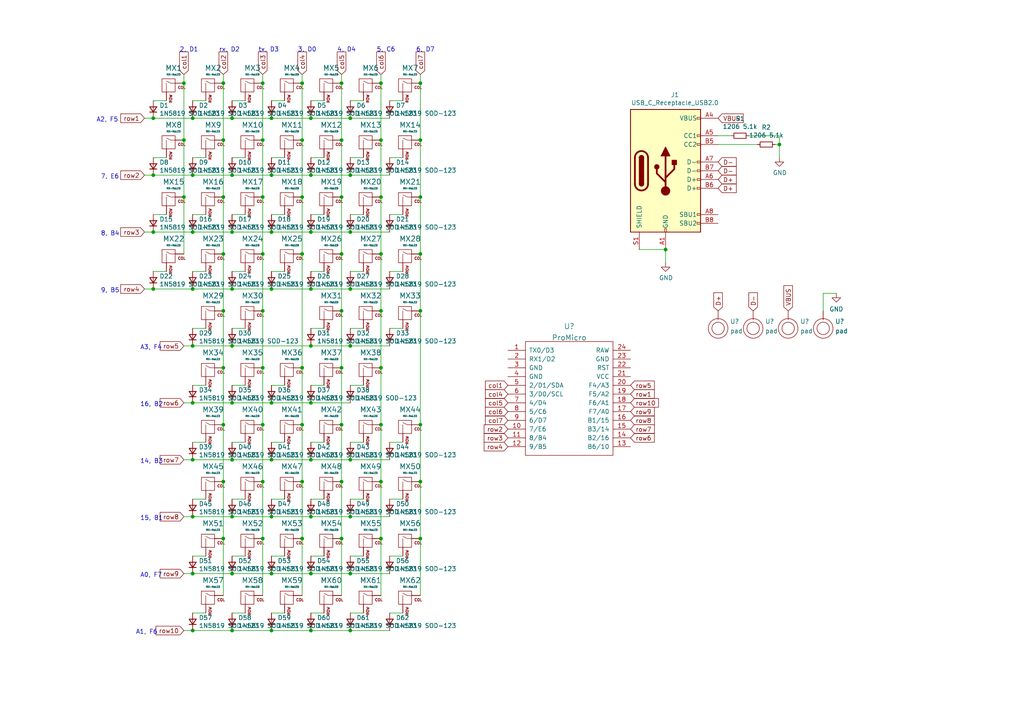
<source format=kicad_sch>
(kicad_sch (version 20211123) (generator eeschema)
  (paper "A4")
  (junction (at 121.92 139.7))
  (junction (at 90.17 83.82))
  (junction (at 121.92 40.64))
  (junction (at 90.17 34.29))
  (junction (at 87.63 24.13))
  (junction (at 87.63 139.7))
  (junction (at 101.6 149.86))
  (junction (at 55.88 182.88))
  (junction (at 78.74 83.82))
  (junction (at 87.63 40.64))
  (junction (at 87.63 123.19))
  (junction (at 99.06 139.7))
  (junction (at 101.6 50.8))
  (junction (at 67.31 116.84))
  (junction (at 121.92 123.19))
  (junction (at 90.17 116.84))
  (junction (at 99.06 24.13))
  (junction (at 110.49 123.19))
  (junction (at 67.31 182.88))
  (junction (at 67.31 149.86))
  (junction (at 110.49 57.15))
  (junction (at 101.6 67.31))
  (junction (at 67.31 83.82))
  (junction (at 90.17 50.8))
  (junction (at 55.88 50.8))
  (junction (at 99.06 156.21))
  (junction (at 64.77 156.21))
  (junction (at 64.77 73.66))
  (junction (at 78.74 116.84))
  (junction (at 121.92 57.15))
  (junction (at 90.17 149.86))
  (junction (at 64.77 123.19))
  (junction (at 76.2 24.13))
  (junction (at 76.2 57.15))
  (junction (at 110.49 156.21))
  (junction (at 64.77 24.13))
  (junction (at 55.88 34.29))
  (junction (at 76.2 139.7))
  (junction (at 53.34 24.13))
  (junction (at 110.49 40.64))
  (junction (at 110.49 106.68))
  (junction (at 67.31 50.8))
  (junction (at 99.06 73.66))
  (junction (at 78.74 34.29))
  (junction (at 55.88 100.33))
  (junction (at 99.06 57.15))
  (junction (at 76.2 156.21))
  (junction (at 44.45 34.29))
  (junction (at 78.74 182.88))
  (junction (at 78.74 67.31))
  (junction (at 55.88 166.37))
  (junction (at 55.88 149.86))
  (junction (at 67.31 67.31))
  (junction (at 64.77 90.17))
  (junction (at 99.06 123.19))
  (junction (at 110.49 139.7))
  (junction (at 99.06 90.17))
  (junction (at 121.92 24.13))
  (junction (at 101.6 166.37))
  (junction (at 78.74 166.37))
  (junction (at 110.49 90.17))
  (junction (at 67.31 166.37))
  (junction (at 99.06 106.68))
  (junction (at 101.6 133.35))
  (junction (at 87.63 106.68))
  (junction (at 90.17 133.35))
  (junction (at 101.6 100.33))
  (junction (at 44.45 50.8))
  (junction (at 193.04 72.39))
  (junction (at 90.17 182.88))
  (junction (at 90.17 100.33))
  (junction (at 76.2 73.66))
  (junction (at 76.2 90.17))
  (junction (at 90.17 166.37))
  (junction (at 76.2 40.64))
  (junction (at 53.34 57.15))
  (junction (at 78.74 50.8))
  (junction (at 110.49 73.66))
  (junction (at 55.88 67.31))
  (junction (at 101.6 83.82))
  (junction (at 110.49 24.13))
  (junction (at 226.06 41.91))
  (junction (at 64.77 57.15))
  (junction (at 101.6 34.29))
  (junction (at 76.2 106.68))
  (junction (at 44.45 67.31))
  (junction (at 87.63 73.66))
  (junction (at 121.92 73.66))
  (junction (at 67.31 100.33))
  (junction (at 87.63 57.15))
  (junction (at 101.6 182.88))
  (junction (at 90.17 67.31))
  (junction (at 67.31 133.35))
  (junction (at 53.34 40.64))
  (junction (at 55.88 133.35))
  (junction (at 64.77 106.68))
  (junction (at 55.88 116.84))
  (junction (at 99.06 40.64))
  (junction (at 44.45 83.82))
  (junction (at 67.31 34.29))
  (junction (at 121.92 156.21))
  (junction (at 64.77 139.7))
  (junction (at 76.2 123.19))
  (junction (at 55.88 83.82))
  (junction (at 121.92 90.17))
  (junction (at 64.77 40.64))
  (junction (at 78.74 133.35))
  (junction (at 78.74 149.86))
  (junction (at 87.63 156.21))
  (wire (pts (xy 78.74 62.23) (xy 82.55 62.23)))
  (wire (pts (xy 113.03 161.29) (xy 116.84 161.29)))
  (wire (pts (xy 99.06 73.66) (xy 99.06 90.17)))
  (wire (pts (xy 78.74 177.8) (xy 82.55 177.8)))
  (wire (pts (xy 78.74 83.82) (xy 90.17 83.82)))
  (wire (pts (xy 55.88 144.78) (xy 59.69 144.78)))
  (wire (pts (xy 55.88 116.84) (xy 67.31 116.84)))
  (wire (pts (xy 64.77 106.68) (xy 64.77 123.19)))
  (wire (pts (xy 53.34 166.37) (xy 55.88 166.37)))
  (wire (pts (xy 110.49 123.19) (xy 110.49 139.7)))
  (wire (pts (xy 67.31 144.78) (xy 71.12 144.78)))
  (wire (pts (xy 41.91 83.82) (xy 44.45 83.82)))
  (wire (pts (xy 55.88 161.29) (xy 59.69 161.29)))
  (wire (pts (xy 67.31 95.25) (xy 71.12 95.25)))
  (wire (pts (xy 55.88 45.72) (xy 59.69 45.72)))
  (wire (pts (xy 53.34 100.33) (xy 55.88 100.33)))
  (wire (pts (xy 67.31 111.76) (xy 71.12 111.76)))
  (wire (pts (xy 64.77 90.17) (xy 64.77 106.68)))
  (wire (pts (xy 53.34 24.13) (xy 53.34 40.64)))
  (wire (pts (xy 67.31 182.88) (xy 78.74 182.88)))
  (wire (pts (xy 55.88 149.86) (xy 67.31 149.86)))
  (wire (pts (xy 67.31 50.8) (xy 78.74 50.8)))
  (wire (pts (xy 90.17 144.78) (xy 93.98 144.78)))
  (wire (pts (xy 76.2 139.7) (xy 76.2 156.21)))
  (wire (pts (xy 101.6 182.88) (xy 113.03 182.88)))
  (wire (pts (xy 113.03 177.8) (xy 116.84 177.8)))
  (wire (pts (xy 87.63 40.64) (xy 87.63 57.15)))
  (wire (pts (xy 90.17 50.8) (xy 101.6 50.8)))
  (wire (pts (xy 55.88 182.88) (xy 67.31 182.88)))
  (wire (pts (xy 110.49 106.68) (xy 110.49 123.19)))
  (wire (pts (xy 55.88 166.37) (xy 67.31 166.37)))
  (wire (pts (xy 90.17 128.27) (xy 93.98 128.27)))
  (wire (pts (xy 67.31 29.21) (xy 71.12 29.21)))
  (wire (pts (xy 44.45 45.72) (xy 48.26 45.72)))
  (wire (pts (xy 76.2 21.59) (xy 76.2 24.13)))
  (wire (pts (xy 76.2 156.21) (xy 76.2 172.72)))
  (wire (pts (xy 87.63 139.7) (xy 87.63 156.21)))
  (wire (pts (xy 67.31 177.8) (xy 71.12 177.8)))
  (wire (pts (xy 238.76 85.09) (xy 242.57 85.09)))
  (wire (pts (xy 238.76 90.17) (xy 238.76 85.09)))
  (wire (pts (xy 64.77 139.7) (xy 64.77 156.21)))
  (wire (pts (xy 208.28 39.37) (xy 212.09 39.37)))
  (wire (pts (xy 121.92 21.59) (xy 121.92 24.13)))
  (wire (pts (xy 87.63 24.13) (xy 87.63 40.64)))
  (wire (pts (xy 90.17 78.74) (xy 93.98 78.74)))
  (wire (pts (xy 78.74 149.86) (xy 90.17 149.86)))
  (wire (pts (xy 121.92 139.7) (xy 121.92 156.21)))
  (wire (pts (xy 101.6 67.31) (xy 113.03 67.31)))
  (wire (pts (xy 55.88 95.25) (xy 59.69 95.25)))
  (wire (pts (xy 101.6 133.35) (xy 113.03 133.35)))
  (wire (pts (xy 99.06 24.13) (xy 99.06 21.59)))
  (wire (pts (xy 224.79 41.91) (xy 226.06 41.91)))
  (wire (pts (xy 44.45 62.23) (xy 48.26 62.23)))
  (wire (pts (xy 78.74 133.35) (xy 90.17 133.35)))
  (wire (pts (xy 67.31 78.74) (xy 71.12 78.74)))
  (wire (pts (xy 185.42 72.39) (xy 193.04 72.39)))
  (wire (pts (xy 64.77 21.59) (xy 64.77 24.13)))
  (wire (pts (xy 41.91 67.31) (xy 44.45 67.31)))
  (wire (pts (xy 113.03 62.23) (xy 116.84 62.23)))
  (wire (pts (xy 113.03 29.21) (xy 116.84 29.21)))
  (wire (pts (xy 55.88 100.33) (xy 67.31 100.33)))
  (wire (pts (xy 113.03 78.74) (xy 116.84 78.74)))
  (wire (pts (xy 101.6 62.23) (xy 105.41 62.23)))
  (wire (pts (xy 110.49 139.7) (xy 110.49 156.21)))
  (wire (pts (xy 67.31 133.35) (xy 78.74 133.35)))
  (wire (pts (xy 121.92 90.17) (xy 121.92 123.19)))
  (wire (pts (xy 78.74 111.76) (xy 82.55 111.76)))
  (wire (pts (xy 99.06 90.17) (xy 99.06 106.68)))
  (wire (pts (xy 64.77 123.19) (xy 64.77 139.7)))
  (wire (pts (xy 121.92 156.21) (xy 121.92 172.72)))
  (wire (pts (xy 101.6 50.8) (xy 113.03 50.8)))
  (wire (pts (xy 41.91 34.29) (xy 44.45 34.29)))
  (wire (pts (xy 101.6 177.8) (xy 105.41 177.8)))
  (wire (pts (xy 53.34 57.15) (xy 53.34 73.66)))
  (wire (pts (xy 110.49 21.59) (xy 110.49 24.13)))
  (wire (pts (xy 55.88 50.8) (xy 67.31 50.8)))
  (wire (pts (xy 55.88 62.23) (xy 59.69 62.23)))
  (wire (pts (xy 44.45 50.8) (xy 55.88 50.8)))
  (wire (pts (xy 90.17 45.72) (xy 93.98 45.72)))
  (wire (pts (xy 101.6 166.37) (xy 113.03 166.37)))
  (wire (pts (xy 101.6 45.72) (xy 105.41 45.72)))
  (wire (pts (xy 121.92 24.13) (xy 121.92 40.64)))
  (wire (pts (xy 101.6 29.21) (xy 105.41 29.21)))
  (wire (pts (xy 90.17 177.8) (xy 93.98 177.8)))
  (wire (pts (xy 208.28 41.91) (xy 219.71 41.91)))
  (wire (pts (xy 76.2 73.66) (xy 76.2 90.17)))
  (wire (pts (xy 90.17 95.25) (xy 93.98 95.25)))
  (wire (pts (xy 101.6 78.74) (xy 105.41 78.74)))
  (wire (pts (xy 78.74 78.74) (xy 82.55 78.74)))
  (wire (pts (xy 113.03 95.25) (xy 116.84 95.25)))
  (wire (pts (xy 55.88 177.8) (xy 59.69 177.8)))
  (wire (pts (xy 113.03 128.27) (xy 116.84 128.27)))
  (wire (pts (xy 67.31 161.29) (xy 71.12 161.29)))
  (wire (pts (xy 55.88 67.31) (xy 67.31 67.31)))
  (wire (pts (xy 78.74 166.37) (xy 90.17 166.37)))
  (wire (pts (xy 78.74 161.29) (xy 82.55 161.29)))
  (wire (pts (xy 99.06 57.15) (xy 99.06 73.66)))
  (wire (pts (xy 101.6 34.29) (xy 113.03 34.29)))
  (wire (pts (xy 67.31 83.82) (xy 78.74 83.82)))
  (wire (pts (xy 67.31 34.29) (xy 78.74 34.29)))
  (wire (pts (xy 87.63 106.68) (xy 87.63 123.19)))
  (wire (pts (xy 76.2 123.19) (xy 76.2 139.7)))
  (wire (pts (xy 101.6 128.27) (xy 105.41 128.27)))
  (wire (pts (xy 110.49 40.64) (xy 110.49 57.15)))
  (wire (pts (xy 90.17 133.35) (xy 101.6 133.35)))
  (wire (pts (xy 76.2 24.13) (xy 76.2 40.64)))
  (wire (pts (xy 64.77 73.66) (xy 64.77 90.17)))
  (wire (pts (xy 99.06 156.21) (xy 99.06 172.72)))
  (wire (pts (xy 90.17 182.88) (xy 101.6 182.88)))
  (wire (pts (xy 121.92 40.64) (xy 121.92 57.15)))
  (wire (pts (xy 78.74 29.21) (xy 82.55 29.21)))
  (wire (pts (xy 87.63 57.15) (xy 87.63 73.66)))
  (wire (pts (xy 121.92 57.15) (xy 121.92 73.66)))
  (wire (pts (xy 113.03 45.72) (xy 116.84 45.72)))
  (wire (pts (xy 99.06 106.68) (xy 99.06 123.19)))
  (wire (pts (xy 44.45 83.82) (xy 55.88 83.82)))
  (wire (pts (xy 90.17 100.33) (xy 101.6 100.33)))
  (wire (pts (xy 67.31 149.86) (xy 78.74 149.86)))
  (wire (pts (xy 87.63 73.66) (xy 87.63 106.68)))
  (wire (pts (xy 78.74 128.27) (xy 82.55 128.27)))
  (wire (pts (xy 193.04 72.39) (xy 193.04 76.2)))
  (wire (pts (xy 53.34 133.35) (xy 55.88 133.35)))
  (wire (pts (xy 101.6 144.78) (xy 105.41 144.78)))
  (wire (pts (xy 78.74 45.72) (xy 82.55 45.72)))
  (wire (pts (xy 55.88 111.76) (xy 59.69 111.76)))
  (wire (pts (xy 101.6 111.76) (xy 105.41 111.76)))
  (wire (pts (xy 110.49 156.21) (xy 110.49 172.72)))
  (wire (pts (xy 110.49 73.66) (xy 110.49 90.17)))
  (wire (pts (xy 78.74 50.8) (xy 90.17 50.8)))
  (wire (pts (xy 55.88 34.29) (xy 67.31 34.29)))
  (wire (pts (xy 90.17 116.84) (xy 101.6 116.84)))
  (wire (pts (xy 101.6 161.29) (xy 105.41 161.29)))
  (wire (pts (xy 76.2 106.68) (xy 76.2 123.19)))
  (wire (pts (xy 53.34 149.86) (xy 55.88 149.86)))
  (wire (pts (xy 67.31 67.31) (xy 78.74 67.31)))
  (wire (pts (xy 99.06 40.64) (xy 99.06 57.15)))
  (wire (pts (xy 99.06 123.19) (xy 99.06 139.7)))
  (wire (pts (xy 55.88 128.27) (xy 59.69 128.27)))
  (wire (pts (xy 110.49 24.13) (xy 110.49 40.64)))
  (wire (pts (xy 41.91 50.8) (xy 44.45 50.8)))
  (wire (pts (xy 44.45 67.31) (xy 55.88 67.31)))
  (wire (pts (xy 76.2 90.17) (xy 76.2 106.68)))
  (wire (pts (xy 67.31 166.37) (xy 78.74 166.37)))
  (wire (pts (xy 113.03 100.33) (xy 101.6 100.33)))
  (wire (pts (xy 87.63 21.59) (xy 87.63 24.13)))
  (wire (pts (xy 90.17 29.21) (xy 93.98 29.21)))
  (wire (pts (xy 217.17 39.37) (xy 226.06 39.37)))
  (wire (pts (xy 101.6 83.82) (xy 113.03 83.82)))
  (wire (pts (xy 90.17 34.29) (xy 101.6 34.29)))
  (wire (pts (xy 55.88 78.74) (xy 59.69 78.74)))
  (wire (pts (xy 78.74 144.78) (xy 82.55 144.78)))
  (wire (pts (xy 90.17 161.29) (xy 93.98 161.29)))
  (wire (pts (xy 78.74 182.88) (xy 90.17 182.88)))
  (wire (pts (xy 110.49 90.17) (xy 110.49 106.68)))
  (wire (pts (xy 76.2 57.15) (xy 76.2 73.66)))
  (wire (pts (xy 78.74 116.84) (xy 90.17 116.84)))
  (wire (pts (xy 78.74 67.31) (xy 90.17 67.31)))
  (wire (pts (xy 64.77 40.64) (xy 64.77 57.15)))
  (wire (pts (xy 101.6 149.86) (xy 113.03 149.86)))
  (wire (pts (xy 90.17 83.82) (xy 101.6 83.82)))
  (wire (pts (xy 76.2 40.64) (xy 76.2 57.15)))
  (wire (pts (xy 53.34 116.84) (xy 55.88 116.84)))
  (wire (pts (xy 110.49 57.15) (xy 110.49 73.66)))
  (wire (pts (xy 55.88 133.35) (xy 67.31 133.35)))
  (wire (pts (xy 53.34 21.59) (xy 53.34 24.13)))
  (wire (pts (xy 78.74 34.29) (xy 90.17 34.29)))
  (wire (pts (xy 87.63 123.19) (xy 87.63 139.7)))
  (wire (pts (xy 67.31 116.84) (xy 78.74 116.84)))
  (wire (pts (xy 64.77 24.13) (xy 64.77 40.64)))
  (wire (pts (xy 226.06 39.37) (xy 226.06 41.91)))
  (wire (pts (xy 44.45 34.29) (xy 55.88 34.29)))
  (wire (pts (xy 67.31 62.23) (xy 71.12 62.23)))
  (wire (pts (xy 67.31 45.72) (xy 71.12 45.72)))
  (wire (pts (xy 226.06 41.91) (xy 226.06 45.72)))
  (wire (pts (xy 44.45 78.74) (xy 48.26 78.74)))
  (wire (pts (xy 90.17 149.86) (xy 101.6 149.86)))
  (wire (pts (xy 64.77 57.15) (xy 64.77 73.66)))
  (wire (pts (xy 90.17 62.23) (xy 93.98 62.23)))
  (wire (pts (xy 87.63 156.21) (xy 87.63 172.72)))
  (wire (pts (xy 90.17 111.76) (xy 93.98 111.76)))
  (wire (pts (xy 44.45 29.21) (xy 48.26 29.21)))
  (wire (pts (xy 99.06 24.13) (xy 99.06 40.64)))
  (wire (pts (xy 121.92 123.19) (xy 121.92 139.7)))
  (wire (pts (xy 101.6 95.25) (xy 105.41 95.25)))
  (wire (pts (xy 99.06 139.7) (xy 99.06 156.21)))
  (wire (pts (xy 121.92 73.66) (xy 121.92 90.17)))
  (wire (pts (xy 64.77 156.21) (xy 64.77 172.72)))
  (wire (pts (xy 53.34 40.64) (xy 53.34 57.15)))
  (wire (pts (xy 67.31 100.33) (xy 90.17 100.33)))
  (wire (pts (xy 113.03 144.78) (xy 116.84 144.78)))
  (wire (pts (xy 53.34 182.88) (xy 55.88 182.88)))
  (wire (pts (xy 55.88 83.82) (xy 67.31 83.82)))
  (wire (pts (xy 90.17 67.31) (xy 101.6 67.31)))
  (wire (pts (xy 90.17 166.37) (xy 101.6 166.37)))
  (wire (pts (xy 67.31 128.27) (xy 71.12 128.27)))
  (wire (pts (xy 55.88 29.21) (xy 59.69 29.21)))
  (text "5, C6" (at 109.22 15.24 0) (effects (font (size 1.27 1.27)) (justify left bottom)))
  (text "14, B3" (at 40.64 134.62 0) (effects (font (size 1.27 1.27)) (justify left bottom)))
  (text "tx, D3" (at 74.93 15.24 0) (effects (font (size 1.27 1.27)) (justify left bottom)))
  (text "15, B1" (at 40.64 151.13 0) (effects (font (size 1.27 1.27)) (justify left bottom)))
  (text "rx, D2" (at 63.5 15.24 0) (effects (font (size 1.27 1.27)) (justify left bottom)))
  (text "A3, F4" (at 40.64 101.6 0) (effects (font (size 1.27 1.27)) (justify left bottom)))
  (text "A2, F5" (at 27.94 35.56 0) (effects (font (size 1.27 1.27)) (justify left bottom)))
  (text "16, B2" (at 40.64 118.11 0) (effects (font (size 1.27 1.27)) (justify left bottom)))
  (text "7, E6" (at 29.21 52.07 0) (effects (font (size 1.27 1.27)) (justify left bottom)))
  (text "A1, F6" (at 39.37 184.15 0) (effects (font (size 1.27 1.27)) (justify left bottom)))
  (text "4, D4" (at 97.79 15.24 0) (effects (font (size 1.27 1.27)) (justify left bottom)))
  (text "8, B4" (at 29.21 68.58 0) (effects (font (size 1.27 1.27)) (justify left bottom)))
  (text "9, B5" (at 29.21 85.09 0) (effects (font (size 1.27 1.27)) (justify left bottom)))
  (text "A0, F7" (at 40.64 167.64 0) (effects (font (size 1.27 1.27)) (justify left bottom)))
  (text "3, D0\n" (at 86.36 15.24 0) (effects (font (size 1.27 1.27)) (justify left bottom)))
  (text "2, D1" (at 52.07 15.24 0) (effects (font (size 1.27 1.27)) (justify left bottom)))
  (text "6, D7" (at 120.65 15.24 0) (effects (font (size 1.27 1.27)) (justify left bottom)))
  (global_label "row4" (shape input) (at 41.91 83.82 180) (property "Intersheet References" "${INTERSHEET_REFS}" (effects hide)))
  (global_label "row4" (shape input) (at 147.32 129.54 180) (property "Intersheet References" "${INTERSHEET_REFS}" (effects hide)))
  (global_label "row2" (shape input) (at 147.32 124.46 180) (property "Intersheet References" "${INTERSHEET_REFS}" (effects hide)))
  (global_label "col6" (shape input) (at 147.32 119.38 180) (property "Intersheet References" "${INTERSHEET_REFS}" (effects hide)))
  (global_label "row1" (shape input) (at 41.91 34.29 180) (property "Intersheet References" "${INTERSHEET_REFS}" (effects hide)))
  (global_label "row5" (shape input) (at 53.34 100.33 180) (property "Intersheet References" "${INTERSHEET_REFS}" (effects hide)))
  (global_label "row2" (shape input) (at 41.91 50.8 180) (property "Intersheet References" "${INTERSHEET_REFS}" (effects hide)))
  (global_label "D+" (shape input) (at 208.28 54.61 0) (property "Intersheet References" "${INTERSHEET_REFS}" (effects hide)))
  (global_label "col6" (shape input) (at 110.49 21.59 90) (property "Intersheet References" "${INTERSHEET_REFS}" (effects hide)))
  (global_label "col7" (shape input) (at 121.92 21.59 90) (property "Intersheet References" "${INTERSHEET_REFS}" (effects hide)))
  (global_label "col5" (shape input) (at 99.06 21.59 90) (property "Intersheet References" "${INTERSHEET_REFS}" (effects hide)))
  (global_label "row9" (shape input) (at 182.88 119.38 0) (property "Intersheet References" "${INTERSHEET_REFS}" (effects hide)))
  (global_label "col1" (shape input) (at 147.32 111.76 180) (property "Intersheet References" "${INTERSHEET_REFS}" (effects hide)))
  (global_label "VBUS" (shape input) (at 228.6 90.17 90) (property "Intersheet References" "${INTERSHEET_REFS}" (effects hide)))
  (global_label "row6" (shape input) (at 53.34 116.84 180) (property "Intersheet References" "${INTERSHEET_REFS}" (effects hide)))
  (global_label "row7" (shape input) (at 182.88 124.46 0) (property "Intersheet References" "${INTERSHEET_REFS}" (effects hide)))
  (global_label "col4" (shape input) (at 147.32 114.3 180) (property "Intersheet References" "${INTERSHEET_REFS}" (effects hide)))
  (global_label "row5" (shape input) (at 182.88 111.76 0) (property "Intersheet References" "${INTERSHEET_REFS}" (effects hide)))
  (global_label "col7" (shape input) (at 147.32 121.92 180) (property "Intersheet References" "${INTERSHEET_REFS}" (effects hide)))
  (global_label "col5" (shape input) (at 147.32 116.84 180) (property "Intersheet References" "${INTERSHEET_REFS}" (effects hide)))
  (global_label "D-" (shape input) (at 218.44 90.17 90) (property "Intersheet References" "${INTERSHEET_REFS}" (effects hide)))
  (global_label "row10" (shape input) (at 182.88 116.84 0) (property "Intersheet References" "${INTERSHEET_REFS}" (effects hide)))
  (global_label "row7" (shape input) (at 53.34 133.35 180) (property "Intersheet References" "${INTERSHEET_REFS}" (effects hide)))
  (global_label "D-" (shape input) (at 208.28 49.53 0) (property "Intersheet References" "${INTERSHEET_REFS}" (effects hide)))
  (global_label "row8" (shape input) (at 53.34 149.86 180) (property "Intersheet References" "${INTERSHEET_REFS}" (effects hide)))
  (global_label "row3" (shape input) (at 41.91 67.31 180) (property "Intersheet References" "${INTERSHEET_REFS}" (effects hide)))
  (global_label "row8" (shape input) (at 182.88 121.92 0) (property "Intersheet References" "${INTERSHEET_REFS}" (effects hide)))
  (global_label "D-" (shape input) (at 208.28 46.99 0) (property "Intersheet References" "${INTERSHEET_REFS}" (effects hide)))
  (global_label "col3" (shape input) (at 76.2 21.59 90) (property "Intersheet References" "${INTERSHEET_REFS}" (effects hide)))
  (global_label "col2" (shape input) (at 64.77 21.59 90) (property "Intersheet References" "${INTERSHEET_REFS}" (effects hide)))
  (global_label "col1" (shape input) (at 53.34 21.59 90) (property "Intersheet References" "${INTERSHEET_REFS}" (effects hide)))
  (global_label "row9" (shape input) (at 53.34 166.37 180) (property "Intersheet References" "${INTERSHEET_REFS}" (effects hide)))
  (global_label "row1" (shape input) (at 182.88 114.3 0) (property "Intersheet References" "${INTERSHEET_REFS}" (effects hide)))
  (global_label "D+" (shape input) (at 208.28 90.17 90) (property "Intersheet References" "${INTERSHEET_REFS}" (effects hide)))
  (global_label "row10" (shape input) (at 53.34 182.88 180) (property "Intersheet References" "${INTERSHEET_REFS}" (effects hide)))
  (global_label "D+" (shape input) (at 208.28 52.07 0) (property "Intersheet References" "${INTERSHEET_REFS}" (effects hide)))
  (global_label "row3" (shape input) (at 147.32 127 180) (property "Intersheet References" "${INTERSHEET_REFS}" (effects hide)))
  (global_label "col4" (shape input) (at 87.63 21.59 90) (property "Intersheet References" "${INTERSHEET_REFS}" (effects hide)))
  (global_label "row6" (shape input) (at 182.88 127 0) (property "Intersheet References" "${INTERSHEET_REFS}" (effects hide)))
  (global_label "VBUS" (shape input) (at 208.28 34.29 0) (property "Intersheet References" "${INTERSHEET_REFS}" (effects hide)))
  (symbol (lib_id "MX_Alps_Hybrid:MX-NoLED") (at 49.53 25.4 0) (unit 1)
    (property "Reference" "MX1" (at 50.3682 19.7358 0) (effects (font (size 1.524 1.524))))
    (property "Value" "MX-NoLED" (at 50.3682 21.6154 0) (effects (font (size 0.508 0.508))))
    (property "Footprint" "MX_Only:MXOnly-1U-Hotswap" (effects hide))
  )
  (symbol (lib_id "Device:D_Small") (at 44.45 31.75 90) (unit 1)
    (property "Reference" "D1" (at 46.228 30.5816 90) (effects (justify right)))
    (property "Value" "1N5819 SOD-123" (at 46.228 32.893 90) (effects (justify right)))
    (property "Footprint" "Diode_SMD:D_SOD-123" (effects hide))
    (property "LCSC" "C963381" (effects hide))
  )
  (symbol (lib_id "MX_Alps_Hybrid:MX-NoLED") (at 60.96 25.4 0) (unit 1)
    (property "Reference" "MX2" (at 61.7982 19.7358 0) (effects (font (size 1.524 1.524))))
    (property "Value" "MX-NoLED" (at 61.7982 21.6154 0) (effects (font (size 0.508 0.508))))
    (property "Footprint" "MX_Only:MXOnly-1U-Hotswap" (effects hide))
  )
  (symbol (lib_id "Device:D_Small") (at 55.88 31.75 90) (unit 1)
    (property "Reference" "D2" (at 57.658 30.5816 90) (effects (justify right)))
    (property "Value" "1N5819 SOD-123" (at 57.658 32.893 90) (effects (justify right)))
    (property "Footprint" "Diode_SMD:D_SOD-123" (effects hide))
    (property "LCSC" "C963381" (effects hide))
  )
  (symbol (lib_id "Connector:USB_C_Receptacle_USB2.0") (at 193.04 49.53 0) (unit 1)
    (property "Reference" "J1" (at 195.7578 27.5082 0))
    (property "Value" "USB_C_Receptacle_USB2.0" (at 195.7578 29.8196 0))
    (property "Footprint" "nrfmicro:USB-C_C168688" (effects hide))
    (property "Datasheet" "https://www.usb.org/sites/default/files/documents/usb_type-c.zip" (effects hide))
    (property "LCSC" "C168688" (effects hide))
  )
  (symbol (lib_id "MX_Alps_Hybrid:MX-NoLED") (at 49.53 41.91 0) (unit 1)
    (property "Reference" "MX8" (at 50.3682 36.2458 0) (effects (font (size 1.524 1.524))))
    (property "Value" "MX-NoLED" (at 50.3682 38.1254 0) (effects (font (size 0.508 0.508))))
    (property "Footprint" "MX_Only:MXOnly-1U-Hotswap" (effects hide))
  )
  (symbol (lib_id "Device:D_Small") (at 44.45 48.26 90) (unit 1)
    (property "Reference" "D8" (at 46.228 47.0916 90) (effects (justify right)))
    (property "Value" "1N5819 SOD-123" (at 46.228 49.403 90) (effects (justify right)))
    (property "Footprint" "Diode_SMD:D_SOD-123" (effects hide))
    (property "LCSC" "C963381" (effects hide))
  )
  (symbol (lib_id "MX_Alps_Hybrid:MX-NoLED") (at 60.96 41.91 0) (unit 1)
    (property "Reference" "MX9" (at 61.7982 36.2458 0) (effects (font (size 1.524 1.524))))
    (property "Value" "MX-NoLED" (at 61.7982 38.1254 0) (effects (font (size 0.508 0.508))))
    (property "Footprint" "MX_Only:MXOnly-1U-Hotswap" (effects hide))
  )
  (symbol (lib_id "Device:D_Small") (at 55.88 48.26 90) (unit 1)
    (property "Reference" "D9" (at 57.658 47.0916 90) (effects (justify right)))
    (property "Value" "1N5819 SOD-123" (at 57.658 49.403 90) (effects (justify right)))
    (property "Footprint" "Diode_SMD:D_SOD-123" (effects hide))
    (property "LCSC" "C963381" (effects hide))
  )
  (symbol (lib_id "power:GND") (at 193.04 76.2 0) (unit 1)
    (property "Reference" "#PWR0101" (effects hide))
    (property "Value" "GND" (at 193.167 80.5942 0))
  )
  (symbol (lib_id "MX_Alps_Hybrid:MX-NoLED") (at 72.39 25.4 0) (unit 1)
    (property "Reference" "MX3" (at 73.2282 19.7358 0) (effects (font (size 1.524 1.524))))
    (property "Value" "MX-NoLED" (at 73.2282 21.6154 0) (effects (font (size 0.508 0.508))))
    (property "Footprint" "MX_Only:MXOnly-1U-Hotswap" (effects hide))
  )
  (symbol (lib_id "Device:D_Small") (at 67.31 31.75 90) (unit 1)
    (property "Reference" "D3" (at 69.088 30.5816 90) (effects (justify right)))
    (property "Value" "1N5819 SOD-123" (at 69.088 32.893 90) (effects (justify right)))
    (property "Footprint" "Diode_SMD:D_SOD-123" (effects hide))
    (property "LCSC" "C963381" (effects hide))
  )
  (symbol (lib_id "MX_Alps_Hybrid:MX-NoLED") (at 83.82 25.4 0) (unit 1)
    (property "Reference" "MX4" (at 84.6582 19.7358 0) (effects (font (size 1.524 1.524))))
    (property "Value" "MX-NoLED" (at 84.6582 21.6154 0) (effects (font (size 0.508 0.508))))
    (property "Footprint" "MX_Only:MXOnly-1U-Hotswap" (effects hide))
  )
  (symbol (lib_id "Device:D_Small") (at 78.74 31.75 90) (unit 1)
    (property "Reference" "D4" (at 80.518 30.5816 90) (effects (justify right)))
    (property "Value" "1N5819 SOD-123" (at 80.518 32.893 90) (effects (justify right)))
    (property "Footprint" "Diode_SMD:D_SOD-123" (effects hide))
    (property "LCSC" "C963381" (effects hide))
  )
  (symbol (lib_id "MX_Alps_Hybrid:MX-NoLED") (at 72.39 41.91 0) (unit 1)
    (property "Reference" "MX10" (at 73.2282 36.2458 0) (effects (font (size 1.524 1.524))))
    (property "Value" "MX-NoLED" (at 73.2282 38.1254 0) (effects (font (size 0.508 0.508))))
    (property "Footprint" "MX_Only:MXOnly-1U-Hotswap" (effects hide))
  )
  (symbol (lib_id "Device:D_Small") (at 67.31 48.26 90) (unit 1)
    (property "Reference" "D10" (at 69.088 47.0916 90) (effects (justify right)))
    (property "Value" "1N5819 SOD-123" (at 69.088 49.403 90) (effects (justify right)))
    (property "Footprint" "Diode_SMD:D_SOD-123" (effects hide))
    (property "LCSC" "C963381" (effects hide))
  )
  (symbol (lib_id "MX_Alps_Hybrid:MX-NoLED") (at 83.82 41.91 0) (unit 1)
    (property "Reference" "MX11" (at 84.6582 36.2458 0) (effects (font (size 1.524 1.524))))
    (property "Value" "MX-NoLED" (at 84.6582 38.1254 0) (effects (font (size 0.508 0.508))))
    (property "Footprint" "MX_Only:MXOnly-1U-Hotswap" (effects hide))
  )
  (symbol (lib_id "Device:D_Small") (at 78.74 48.26 90) (unit 1)
    (property "Reference" "D11" (at 80.518 47.0916 90) (effects (justify right)))
    (property "Value" "1N5819 SOD-123" (at 80.518 49.403 90) (effects (justify right)))
    (property "Footprint" "Diode_SMD:D_SOD-123" (effects hide))
    (property "LCSC" "C963381" (effects hide))
  )
  (symbol (lib_id "MX_Alps_Hybrid:MX-NoLED") (at 95.25 25.4 0) (unit 1)
    (property "Reference" "MX5" (at 96.0882 19.7358 0) (effects (font (size 1.524 1.524))))
    (property "Value" "MX-NoLED" (at 96.0882 21.6154 0) (effects (font (size 0.508 0.508))))
    (property "Footprint" "MX_Only:MXOnly-1U-Hotswap" (effects hide))
  )
  (symbol (lib_id "Device:D_Small") (at 90.17 31.75 90) (unit 1)
    (property "Reference" "D5" (at 91.948 30.5816 90) (effects (justify right)))
    (property "Value" "1N5819 SOD-123" (at 91.948 32.893 90) (effects (justify right)))
    (property "Footprint" "Diode_SMD:D_SOD-123" (effects hide))
    (property "LCSC" "C963381" (effects hide))
  )
  (symbol (lib_id "MX_Alps_Hybrid:MX-NoLED") (at 95.25 41.91 0) (unit 1)
    (property "Reference" "MX12" (at 96.0882 36.2458 0) (effects (font (size 1.524 1.524))))
    (property "Value" "MX-NoLED" (at 96.0882 38.1254 0) (effects (font (size 0.508 0.508))))
    (property "Footprint" "MX_Only:MXOnly-1U-Hotswap" (effects hide))
  )
  (symbol (lib_id "Device:D_Small") (at 90.17 48.26 90) (unit 1)
    (property "Reference" "D12" (at 91.948 47.0916 90) (effects (justify right)))
    (property "Value" "1N5819 SOD-123" (at 91.948 49.403 90) (effects (justify right)))
    (property "Footprint" "Diode_SMD:D_SOD-123" (effects hide))
    (property "LCSC" "C963381" (effects hide))
  )
  (symbol (lib_id "Device:D_Small") (at 90.17 81.28 90) (unit 1)
    (property "Reference" "D26" (at 91.948 80.1116 90) (effects (justify right)))
    (property "Value" "1N5819 SOD-123" (at 91.948 82.423 90) (effects (justify right)))
    (property "Footprint" "Diode_SMD:D_SOD-123" (effects hide))
    (property "LCSC" "C963381" (effects hide))
  )
  (symbol (lib_id "MX_Alps_Hybrid:MX-NoLED") (at 95.25 74.93 0) (unit 1)
    (property "Reference" "MX26" (at 96.0882 69.2658 0) (effects (font (size 1.524 1.524))))
    (property "Value" "MX-NoLED" (at 96.0882 71.1454 0) (effects (font (size 0.508 0.508))))
    (property "Footprint" "MX_Only:MXOnly-1U-Hotswap" (effects hide))
  )
  (symbol (lib_id "Device:D_Small") (at 90.17 64.77 90) (unit 1)
    (property "Reference" "D19" (at 91.948 63.6016 90) (effects (justify right)))
    (property "Value" "1N5819 SOD-123" (at 91.948 65.913 90) (effects (justify right)))
    (property "Footprint" "Diode_SMD:D_SOD-123" (effects hide))
    (property "LCSC" "C963381" (effects hide))
  )
  (symbol (lib_id "MX_Alps_Hybrid:MX-NoLED") (at 95.25 58.42 0) (unit 1)
    (property "Reference" "MX19" (at 96.0882 52.7558 0) (effects (font (size 1.524 1.524))))
    (property "Value" "MX-NoLED" (at 96.0882 54.6354 0) (effects (font (size 0.508 0.508))))
    (property "Footprint" "MX_Only:MXOnly-1U-Hotswap" (effects hide))
  )
  (symbol (lib_id "Device:D_Small") (at 78.74 81.28 90) (unit 1)
    (property "Reference" "D25" (at 80.518 80.1116 90) (effects (justify right)))
    (property "Value" "1N5819 SOD-123" (at 80.518 82.423 90) (effects (justify right)))
    (property "Footprint" "Diode_SMD:D_SOD-123" (effects hide))
    (property "LCSC" "C963381" (effects hide))
  )
  (symbol (lib_id "MX_Alps_Hybrid:MX-NoLED") (at 83.82 74.93 0) (unit 1)
    (property "Reference" "MX25" (at 84.6582 69.2658 0) (effects (font (size 1.524 1.524))))
    (property "Value" "MX-NoLED" (at 84.6582 71.1454 0) (effects (font (size 0.508 0.508))))
    (property "Footprint" "MX_Only:MXOnly-1U-Hotswap" (effects hide))
  )
  (symbol (lib_id "Device:D_Small") (at 67.31 81.28 90) (unit 1)
    (property "Reference" "D24" (at 69.088 80.1116 90) (effects (justify right)))
    (property "Value" "1N5819 SOD-123" (at 69.088 82.423 90) (effects (justify right)))
    (property "Footprint" "Diode_SMD:D_SOD-123" (effects hide))
    (property "LCSC" "C963381" (effects hide))
  )
  (symbol (lib_id "MX_Alps_Hybrid:MX-NoLED") (at 72.39 74.93 0) (unit 1)
    (property "Reference" "MX24" (at 73.2282 69.2658 0) (effects (font (size 1.524 1.524))))
    (property "Value" "MX-NoLED" (at 73.2282 71.1454 0) (effects (font (size 0.508 0.508))))
    (property "Footprint" "MX_Only:MXOnly-1U-Hotswap" (effects hide))
  )
  (symbol (lib_id "Device:D_Small") (at 78.74 64.77 90) (unit 1)
    (property "Reference" "D18" (at 80.518 63.6016 90) (effects (justify right)))
    (property "Value" "1N5819 SOD-123" (at 80.518 65.913 90) (effects (justify right)))
    (property "Footprint" "Diode_SMD:D_SOD-123" (effects hide))
    (property "LCSC" "C963381" (effects hide))
  )
  (symbol (lib_id "MX_Alps_Hybrid:MX-NoLED") (at 83.82 58.42 0) (unit 1)
    (property "Reference" "MX18" (at 84.6582 52.7558 0) (effects (font (size 1.524 1.524))))
    (property "Value" "MX-NoLED" (at 84.6582 54.6354 0) (effects (font (size 0.508 0.508))))
    (property "Footprint" "MX_Only:MXOnly-1U-Hotswap" (effects hide))
  )
  (symbol (lib_id "Device:D_Small") (at 67.31 64.77 90) (unit 1)
    (property "Reference" "D17" (at 69.088 63.6016 90) (effects (justify right)))
    (property "Value" "1N5819 SOD-123" (at 69.088 65.913 90) (effects (justify right)))
    (property "Footprint" "Diode_SMD:D_SOD-123" (effects hide))
    (property "LCSC" "C963381" (effects hide))
  )
  (symbol (lib_id "MX_Alps_Hybrid:MX-NoLED") (at 72.39 58.42 0) (unit 1)
    (property "Reference" "MX17" (at 73.2282 52.7558 0) (effects (font (size 1.524 1.524))))
    (property "Value" "MX-NoLED" (at 73.2282 54.6354 0) (effects (font (size 0.508 0.508))))
    (property "Footprint" "MX_Only:MXOnly-1U-Hotswap" (effects hide))
  )
  (symbol (lib_id "Device:D_Small") (at 55.88 81.28 90) (unit 1)
    (property "Reference" "D23" (at 57.658 80.1116 90) (effects (justify right)))
    (property "Value" "1N5819 SOD-123" (at 57.658 82.423 90) (effects (justify right)))
    (property "Footprint" "Diode_SMD:D_SOD-123" (effects hide))
    (property "LCSC" "C963381" (effects hide))
  )
  (symbol (lib_id "MX_Alps_Hybrid:MX-NoLED") (at 60.96 74.93 0) (unit 1)
    (property "Reference" "MX23" (at 61.7982 69.2658 0) (effects (font (size 1.524 1.524))))
    (property "Value" "MX-NoLED" (at 61.7982 71.1454 0) (effects (font (size 0.508 0.508))))
    (property "Footprint" "MX_Only:MXOnly-1U-Hotswap" (effects hide))
  )
  (symbol (lib_id "Device:D_Small") (at 44.45 81.28 90) (unit 1)
    (property "Reference" "D22" (at 46.228 80.1116 90) (effects (justify right)))
    (property "Value" "1N5819 SOD-123" (at 46.228 82.423 90) (effects (justify right)))
    (property "Footprint" "Diode_SMD:D_SOD-123" (effects hide))
    (property "LCSC" "C963381" (effects hide))
  )
  (symbol (lib_id "MX_Alps_Hybrid:MX-NoLED") (at 49.53 74.93 0) (unit 1)
    (property "Reference" "MX22" (at 50.3682 69.2658 0) (effects (font (size 1.524 1.524))))
    (property "Value" "MX-NoLED" (at 50.3682 71.1454 0) (effects (font (size 0.508 0.508))))
    (property "Footprint" "MX_Only:MXOnly-1U-Hotswap" (effects hide))
  )
  (symbol (lib_id "Device:D_Small") (at 55.88 64.77 90) (unit 1)
    (property "Reference" "D16" (at 57.658 63.6016 90) (effects (justify right)))
    (property "Value" "1N5819 SOD-123" (at 57.658 65.913 90) (effects (justify right)))
    (property "Footprint" "Diode_SMD:D_SOD-123" (effects hide))
    (property "LCSC" "C963381" (effects hide))
  )
  (symbol (lib_id "MX_Alps_Hybrid:MX-NoLED") (at 60.96 58.42 0) (unit 1)
    (property "Reference" "MX16" (at 61.7982 52.7558 0) (effects (font (size 1.524 1.524))))
    (property "Value" "MX-NoLED" (at 61.7982 54.6354 0) (effects (font (size 0.508 0.508))))
    (property "Footprint" "MX_Only:MXOnly-1U-Hotswap" (effects hide))
  )
  (symbol (lib_id "Device:D_Small") (at 44.45 64.77 90) (unit 1)
    (property "Reference" "D15" (at 46.228 63.6016 90) (effects (justify right)))
    (property "Value" "1N5819 SOD-123" (at 46.228 65.913 90) (effects (justify right)))
    (property "Footprint" "Diode_SMD:D_SOD-123" (effects hide))
    (property "LCSC" "C963381" (effects hide))
  )
  (symbol (lib_id "MX_Alps_Hybrid:MX-NoLED") (at 49.53 58.42 0) (unit 1)
    (property "Reference" "MX15" (at 50.3682 52.7558 0) (effects (font (size 1.524 1.524))))
    (property "Value" "MX-NoLED" (at 50.3682 54.6354 0) (effects (font (size 0.508 0.508))))
    (property "Footprint" "MX_Only:MXOnly-1U-Hotswap" (effects hide))
  )
  (symbol (lib_id "Device:R_Small") (at 214.63 39.37 270) (unit 1)
    (property "Reference" "R1" (at 214.63 34.3916 90))
    (property "Value" "1206 5.1k" (at 214.63 36.703 90))
    (property "Footprint" "Resistor_SMD:R_1206_3216Metric" (effects hide))
    (property "LCSC" "C229719" (effects hide))
  )
  (symbol (lib_id "Device:R_Small") (at 222.25 41.91 270) (unit 1)
    (property "Reference" "R2" (at 222.25 36.9316 90))
    (property "Value" "1206 5.1k" (at 222.25 39.243 90))
    (property "Footprint" "Resistor_SMD:R_1206_3216Metric" (effects hide))
    (property "LCSC" "C229719" (effects hide))
  )
  (symbol (lib_id "power:GND") (at 226.06 45.72 0) (unit 1)
    (property "Reference" "#PWR0102" (effects hide))
    (property "Value" "GND" (at 226.187 50.1142 0))
  )
  (symbol (lib_id "Device:D_Small") (at 90.17 114.3 90) (unit 1)
    (property "Reference" "D37" (at 91.948 113.1316 90) (effects (justify right)))
    (property "Value" "1N5819 SOD-123" (at 91.948 115.443 90) (effects (justify right)))
    (property "Footprint" "Diode_SMD:D_SOD-123" (effects hide))
    (property "LCSC" "C963381" (effects hide))
  )
  (symbol (lib_id "MX_Alps_Hybrid:MX-NoLED") (at 95.25 107.95 0) (unit 1)
    (property "Reference" "MX37" (at 96.0882 102.2858 0) (effects (font (size 1.524 1.524))))
    (property "Value" "MX-NoLED" (at 96.0882 104.1654 0) (effects (font (size 0.508 0.508))))
    (property "Footprint" "MX_Only:MXOnly-1U-Hotswap" (effects hide))
  )
  (symbol (lib_id "Device:D_Small") (at 90.17 97.79 90) (unit 1)
    (property "Reference" "D31" (at 91.948 96.6216 90) (effects (justify right)))
    (property "Value" "1N5819 SOD-123" (at 91.948 98.933 90) (effects (justify right)))
    (property "Footprint" "Diode_SMD:D_SOD-123" (effects hide))
    (property "LCSC" "C963381" (effects hide))
  )
  (symbol (lib_id "MX_Alps_Hybrid:MX-NoLED") (at 95.25 91.44 0) (unit 1)
    (property "Reference" "MX31" (at 96.0882 85.7758 0) (effects (font (size 1.524 1.524))))
    (property "Value" "MX-NoLED" (at 96.0882 87.6554 0) (effects (font (size 0.508 0.508))))
    (property "Footprint" "MX_Only:MXOnly-1U-Hotswap" (effects hide))
  )
  (symbol (lib_id "Device:D_Small") (at 78.74 114.3 90) (unit 1)
    (property "Reference" "D36" (at 80.518 113.1316 90) (effects (justify right)))
    (property "Value" "1N5819 SOD-123" (at 80.518 115.443 90) (effects (justify right)))
    (property "Footprint" "Diode_SMD:D_SOD-123" (effects hide))
    (property "LCSC" "C963381" (effects hide))
  )
  (symbol (lib_id "MX_Alps_Hybrid:MX-NoLED") (at 83.82 107.95 0) (unit 1)
    (property "Reference" "MX36" (at 84.6582 102.2858 0) (effects (font (size 1.524 1.524))))
    (property "Value" "MX-NoLED" (at 84.6582 104.1654 0) (effects (font (size 0.508 0.508))))
    (property "Footprint" "MX_Only:MXOnly-1U-Hotswap" (effects hide))
  )
  (symbol (lib_id "Device:D_Small") (at 67.31 114.3 90) (unit 1)
    (property "Reference" "D35" (at 69.088 113.1316 90) (effects (justify right)))
    (property "Value" "1N5819 SOD-123" (at 69.088 115.443 90) (effects (justify right)))
    (property "Footprint" "Diode_SMD:D_SOD-123" (effects hide))
    (property "LCSC" "C963381" (effects hide))
  )
  (symbol (lib_id "MX_Alps_Hybrid:MX-NoLED") (at 72.39 107.95 0) (unit 1)
    (property "Reference" "MX35" (at 73.2282 102.2858 0) (effects (font (size 1.524 1.524))))
    (property "Value" "MX-NoLED" (at 73.2282 104.1654 0) (effects (font (size 0.508 0.508))))
    (property "Footprint" "MX_Only:MXOnly-1U-Hotswap" (effects hide))
  )
  (symbol (lib_id "Device:D_Small") (at 67.31 97.79 90) (unit 1)
    (property "Reference" "D30" (at 69.088 96.6216 90) (effects (justify right)))
    (property "Value" "1N5819 SOD-123" (at 69.088 98.933 90) (effects (justify right)))
    (property "Footprint" "Diode_SMD:D_SOD-123" (effects hide))
    (property "LCSC" "C963381" (effects hide))
  )
  (symbol (lib_id "MX_Alps_Hybrid:MX-NoLED") (at 72.39 91.44 0) (unit 1)
    (property "Reference" "MX30" (at 73.2282 85.7758 0) (effects (font (size 1.524 1.524))))
    (property "Value" "MX-NoLED" (at 73.2282 87.6554 0) (effects (font (size 0.508 0.508))))
    (property "Footprint" "MX_Only:MXOnly-1U-Hotswap" (effects hide))
  )
  (symbol (lib_id "Device:D_Small") (at 55.88 114.3 90) (unit 1)
    (property "Reference" "D34" (at 57.658 113.1316 90) (effects (justify right)))
    (property "Value" "1N5819 SOD-123" (at 57.658 115.443 90) (effects (justify right)))
    (property "Footprint" "Diode_SMD:D_SOD-123" (effects hide))
    (property "LCSC" "C963381" (effects hide))
  )
  (symbol (lib_id "MX_Alps_Hybrid:MX-NoLED") (at 60.96 107.95 0) (unit 1)
    (property "Reference" "MX34" (at 61.7982 102.2858 0) (effects (font (size 1.524 1.524))))
    (property "Value" "MX-NoLED" (at 61.7982 104.1654 0) (effects (font (size 0.508 0.508))))
    (property "Footprint" "MX_Only:MXOnly-1U-Hotswap" (effects hide))
  )
  (symbol (lib_id "Device:D_Small") (at 55.88 97.79 90) (unit 1)
    (property "Reference" "D29" (at 57.658 96.6216 90) (effects (justify right)))
    (property "Value" "1N5819 SOD-123" (at 57.658 98.933 90) (effects (justify right)))
    (property "Footprint" "Diode_SMD:D_SOD-123" (effects hide))
    (property "LCSC" "C963381" (effects hide))
  )
  (symbol (lib_id "MX_Alps_Hybrid:MX-NoLED") (at 60.96 91.44 0) (unit 1)
    (property "Reference" "MX29" (at 61.7982 85.7758 0) (effects (font (size 1.524 1.524))))
    (property "Value" "MX-NoLED" (at 61.7982 87.6554 0) (effects (font (size 0.508 0.508))))
    (property "Footprint" "MX_Only:MXOnly-1U-Hotswap" (effects hide))
  )
  (symbol (lib_id "Device:D_Small") (at 113.03 97.79 90) (unit 1)
    (property "Reference" "D33" (at 114.808 96.6216 90) (effects (justify right)))
    (property "Value" "1N5819 SOD-123" (at 114.808 98.933 90) (effects (justify right)))
    (property "Footprint" "Diode_SMD:D_SOD-123" (effects hide))
    (property "LCSC" "C963381" (effects hide))
  )
  (symbol (lib_id "MX_Alps_Hybrid:MX-NoLED") (at 118.11 91.44 0) (unit 1)
    (property "Reference" "MX33" (at 118.9482 85.7758 0) (effects (font (size 1.524 1.524))))
    (property "Value" "MX-NoLED" (at 118.9482 87.6554 0) (effects (font (size 0.508 0.508))))
    (property "Footprint" "MX_Only:MXOnly-1U-Hotswap" (effects hide))
  )
  (symbol (lib_id "Device:D_Small") (at 90.17 147.32 90) (unit 1)
    (property "Reference" "D48" (at 91.948 146.1516 90) (effects (justify right)))
    (property "Value" "1N5819 SOD-123" (at 91.948 148.463 90) (effects (justify right)))
    (property "Footprint" "Diode_SMD:D_SOD-123" (effects hide))
    (property "LCSC" "C963381" (effects hide))
  )
  (symbol (lib_id "MX_Alps_Hybrid:MX-NoLED") (at 95.25 140.97 0) (unit 1)
    (property "Reference" "MX48" (at 96.0882 135.3058 0) (effects (font (size 1.524 1.524))))
    (property "Value" "MX-NoLED" (at 96.0882 137.1854 0) (effects (font (size 0.508 0.508))))
    (property "Footprint" "MX_Only:MXOnly-1U-Hotswap" (effects hide))
  )
  (symbol (lib_id "Device:D_Small") (at 90.17 130.81 90) (unit 1)
    (property "Reference" "D42" (at 91.948 129.6416 90) (effects (justify right)))
    (property "Value" "1N5819 SOD-123" (at 91.948 131.953 90) (effects (justify right)))
    (property "Footprint" "Diode_SMD:D_SOD-123" (effects hide))
    (property "LCSC" "C963381" (effects hide))
  )
  (symbol (lib_id "MX_Alps_Hybrid:MX-NoLED") (at 95.25 124.46 0) (unit 1)
    (property "Reference" "MX42" (at 96.0882 118.7958 0) (effects (font (size 1.524 1.524))))
    (property "Value" "MX-NoLED" (at 96.0882 120.6754 0) (effects (font (size 0.508 0.508))))
    (property "Footprint" "MX_Only:MXOnly-1U-Hotswap" (effects hide))
  )
  (symbol (lib_id "Device:D_Small") (at 78.74 147.32 90) (unit 1)
    (property "Reference" "D47" (at 80.518 146.1516 90) (effects (justify right)))
    (property "Value" "1N5819 SOD-123" (at 80.518 148.463 90) (effects (justify right)))
    (property "Footprint" "Diode_SMD:D_SOD-123" (effects hide))
    (property "LCSC" "C963381" (effects hide))
  )
  (symbol (lib_id "MX_Alps_Hybrid:MX-NoLED") (at 83.82 140.97 0) (unit 1)
    (property "Reference" "MX47" (at 84.6582 135.3058 0) (effects (font (size 1.524 1.524))))
    (property "Value" "MX-NoLED" (at 84.6582 137.1854 0) (effects (font (size 0.508 0.508))))
    (property "Footprint" "MX_Only:MXOnly-1U-Hotswap" (effects hide))
  )
  (symbol (lib_id "Device:D_Small") (at 67.31 147.32 90) (unit 1)
    (property "Reference" "D46" (at 69.088 146.1516 90) (effects (justify right)))
    (property "Value" "1N5819 SOD-123" (at 69.088 148.463 90) (effects (justify right)))
    (property "Footprint" "Diode_SMD:D_SOD-123" (effects hide))
    (property "LCSC" "C963381" (effects hide))
  )
  (symbol (lib_id "MX_Alps_Hybrid:MX-NoLED") (at 72.39 140.97 0) (unit 1)
    (property "Reference" "MX46" (at 73.2282 135.3058 0) (effects (font (size 1.524 1.524))))
    (property "Value" "MX-NoLED" (at 73.2282 137.1854 0) (effects (font (size 0.508 0.508))))
    (property "Footprint" "MX_Only:MXOnly-1U-Hotswap" (effects hide))
  )
  (symbol (lib_id "Device:D_Small") (at 78.74 130.81 90) (unit 1)
    (property "Reference" "D41" (at 80.518 129.6416 90) (effects (justify right)))
    (property "Value" "1N5819 SOD-123" (at 80.518 131.953 90) (effects (justify right)))
    (property "Footprint" "Diode_SMD:D_SOD-123" (effects hide))
    (property "LCSC" "C963381" (effects hide))
  )
  (symbol (lib_id "MX_Alps_Hybrid:MX-NoLED") (at 83.82 124.46 0) (unit 1)
    (property "Reference" "MX41" (at 84.6582 118.7958 0) (effects (font (size 1.524 1.524))))
    (property "Value" "MX-NoLED" (at 84.6582 120.6754 0) (effects (font (size 0.508 0.508))))
    (property "Footprint" "MX_Only:MXOnly-1U-Hotswap" (effects hide))
  )
  (symbol (lib_id "Device:D_Small") (at 67.31 130.81 90) (unit 1)
    (property "Reference" "D40" (at 69.088 129.6416 90) (effects (justify right)))
    (property "Value" "1N5819 SOD-123" (at 69.088 131.953 90) (effects (justify right)))
    (property "Footprint" "Diode_SMD:D_SOD-123" (effects hide))
    (property "LCSC" "C963381" (effects hide))
  )
  (symbol (lib_id "MX_Alps_Hybrid:MX-NoLED") (at 72.39 124.46 0) (unit 1)
    (property "Reference" "MX40" (at 73.2282 118.7958 0) (effects (font (size 1.524 1.524))))
    (property "Value" "MX-NoLED" (at 73.2282 120.6754 0) (effects (font (size 0.508 0.508))))
    (property "Footprint" "MX_Only:MXOnly-1U-Hotswap" (effects hide))
  )
  (symbol (lib_id "Device:D_Small") (at 55.88 147.32 90) (unit 1)
    (property "Reference" "D45" (at 57.658 146.1516 90) (effects (justify right)))
    (property "Value" "1N5819 SOD-123" (at 57.658 148.463 90) (effects (justify right)))
    (property "Footprint" "Diode_SMD:D_SOD-123" (effects hide))
    (property "LCSC" "C963381" (effects hide))
  )
  (symbol (lib_id "MX_Alps_Hybrid:MX-NoLED") (at 60.96 140.97 0) (unit 1)
    (property "Reference" "MX45" (at 61.7982 135.3058 0) (effects (font (size 1.524 1.524))))
    (property "Value" "MX-NoLED" (at 61.7982 137.1854 0) (effects (font (size 0.508 0.508))))
    (property "Footprint" "MX_Only:MXOnly-1U-Hotswap" (effects hide))
  )
  (symbol (lib_id "Device:D_Small") (at 55.88 130.81 90) (unit 1)
    (property "Reference" "D39" (at 57.658 129.6416 90) (effects (justify right)))
    (property "Value" "1N5819 SOD-123" (at 57.658 131.953 90) (effects (justify right)))
    (property "Footprint" "Diode_SMD:D_SOD-123" (effects hide))
    (property "LCSC" "C963381" (effects hide))
  )
  (symbol (lib_id "MX_Alps_Hybrid:MX-NoLED") (at 60.96 124.46 0) (unit 1)
    (property "Reference" "MX39" (at 61.7982 118.7958 0) (effects (font (size 1.524 1.524))))
    (property "Value" "MX-NoLED" (at 61.7982 120.6754 0) (effects (font (size 0.508 0.508))))
    (property "Footprint" "MX_Only:MXOnly-1U-Hotswap" (effects hide))
  )
  (symbol (lib_id "Device:D_Small") (at 113.03 48.26 90) (unit 1)
    (property "Reference" "D14" (at 114.808 47.0916 90) (effects (justify right)))
    (property "Value" "1N5819 SOD-123" (at 114.808 49.403 90) (effects (justify right)))
    (property "Footprint" "Diode_SMD:D_SOD-123" (effects hide))
    (property "LCSC" "C963381" (effects hide))
  )
  (symbol (lib_id "MX_Alps_Hybrid:MX-NoLED") (at 118.11 41.91 0) (unit 1)
    (property "Reference" "MX14" (at 118.9482 36.2458 0) (effects (font (size 1.524 1.524))))
    (property "Value" "MX-NoLED" (at 118.9482 38.1254 0) (effects (font (size 0.508 0.508))))
    (property "Footprint" "MX_Only:MXOnly-1U-Hotswap" (effects hide))
  )
  (symbol (lib_id "Device:D_Small") (at 113.03 31.75 90) (unit 1)
    (property "Reference" "D7" (at 114.808 30.5816 90) (effects (justify right)))
    (property "Value" "1N5819 SOD-123" (at 114.808 32.893 90) (effects (justify right)))
    (property "Footprint" "Diode_SMD:D_SOD-123" (effects hide))
    (property "LCSC" "C963381" (effects hide))
  )
  (symbol (lib_id "MX_Alps_Hybrid:MX-NoLED") (at 118.11 25.4 0) (unit 1)
    (property "Reference" "MX7" (at 118.9482 19.7358 0) (effects (font (size 1.524 1.524))))
    (property "Value" "MX-NoLED" (at 118.9482 21.6154 0) (effects (font (size 0.508 0.508))))
    (property "Footprint" "MX_Only:MXOnly-1U-Hotswap" (effects hide))
  )
  (symbol (lib_id "Device:D_Small") (at 101.6 48.26 90) (unit 1)
    (property "Reference" "D13" (at 103.378 47.0916 90) (effects (justify right)))
    (property "Value" "1N5819 SOD-123" (at 103.378 49.403 90) (effects (justify right)))
    (property "Footprint" "Diode_SMD:D_SOD-123" (effects hide))
    (property "LCSC" "C963381" (effects hide))
  )
  (symbol (lib_id "MX_Alps_Hybrid:MX-NoLED") (at 106.68 41.91 0) (unit 1)
    (property "Reference" "MX13" (at 107.5182 36.2458 0) (effects (font (size 1.524 1.524))))
    (property "Value" "MX-NoLED" (at 107.5182 38.1254 0) (effects (font (size 0.508 0.508))))
    (property "Footprint" "MX_Only:MXOnly-1U-Hotswap" (effects hide))
  )
  (symbol (lib_id "Device:D_Small") (at 101.6 31.75 90) (unit 1)
    (property "Reference" "D6" (at 103.378 30.5816 90) (effects (justify right)))
    (property "Value" "1N5819 SOD-123" (at 103.378 32.893 90) (effects (justify right)))
    (property "Footprint" "Diode_SMD:D_SOD-123" (effects hide))
    (property "LCSC" "C963381" (effects hide))
  )
  (symbol (lib_id "MX_Alps_Hybrid:MX-NoLED") (at 106.68 25.4 0) (unit 1)
    (property "Reference" "MX6" (at 107.5182 19.7358 0) (effects (font (size 1.524 1.524))))
    (property "Value" "MX-NoLED" (at 107.5182 21.6154 0) (effects (font (size 0.508 0.508))))
    (property "Footprint" "MX_Only:MXOnly-1U-Hotswap" (effects hide))
  )
  (symbol (lib_id "Device:D_Small") (at 113.03 81.28 90) (unit 1)
    (property "Reference" "D28" (at 114.808 80.1116 90) (effects (justify right)))
    (property "Value" "1N5819 SOD-123" (at 114.808 82.423 90) (effects (justify right)))
    (property "Footprint" "Diode_SMD:D_SOD-123" (effects hide))
    (property "LCSC" "C963381" (effects hide))
  )
  (symbol (lib_id "MX_Alps_Hybrid:MX-NoLED") (at 118.11 74.93 0) (unit 1)
    (property "Reference" "MX28" (at 118.9482 69.2658 0) (effects (font (size 1.524 1.524))))
    (property "Value" "MX-NoLED" (at 118.9482 71.1454 0) (effects (font (size 0.508 0.508))))
    (property "Footprint" "MX_Only:MXOnly-1U-Hotswap" (effects hide))
  )
  (symbol (lib_id "Device:D_Small") (at 113.03 64.77 90) (unit 1)
    (property "Reference" "D21" (at 114.808 63.6016 90) (effects (justify right)))
    (property "Value" "1N5819 SOD-123" (at 114.808 65.913 90) (effects (justify right)))
    (property "Footprint" "Diode_SMD:D_SOD-123" (effects hide))
    (property "LCSC" "C963381" (effects hide))
  )
  (symbol (lib_id "MX_Alps_Hybrid:MX-NoLED") (at 118.11 58.42 0) (unit 1)
    (property "Reference" "MX21" (at 118.9482 52.7558 0) (effects (font (size 1.524 1.524))))
    (property "Value" "MX-NoLED" (at 118.9482 54.6354 0) (effects (font (size 0.508 0.508))))
    (property "Footprint" "MX_Only:MXOnly-1U-Hotswap" (effects hide))
  )
  (symbol (lib_id "Device:D_Small") (at 101.6 81.28 90) (unit 1)
    (property "Reference" "D27" (at 103.378 80.1116 90) (effects (justify right)))
    (property "Value" "1N5819 SOD-123" (at 103.378 82.423 90) (effects (justify right)))
    (property "Footprint" "Diode_SMD:D_SOD-123" (effects hide))
    (property "LCSC" "C963381" (effects hide))
  )
  (symbol (lib_id "MX_Alps_Hybrid:MX-NoLED") (at 106.68 74.93 0) (unit 1)
    (property "Reference" "MX27" (at 107.5182 69.2658 0) (effects (font (size 1.524 1.524))))
    (property "Value" "MX-NoLED" (at 107.5182 71.1454 0) (effects (font (size 0.508 0.508))))
    (property "Footprint" "MX_Only:MXOnly-1U-Hotswap" (effects hide))
  )
  (symbol (lib_id "Device:D_Small") (at 101.6 64.77 90) (unit 1)
    (property "Reference" "D20" (at 103.378 63.6016 90) (effects (justify right)))
    (property "Value" "1N5819 SOD-123" (at 103.378 65.913 90) (effects (justify right)))
    (property "Footprint" "Diode_SMD:D_SOD-123" (effects hide))
    (property "LCSC" "C963381" (effects hide))
  )
  (symbol (lib_id "MX_Alps_Hybrid:MX-NoLED") (at 106.68 58.42 0) (unit 1)
    (property "Reference" "MX20" (at 107.5182 52.7558 0) (effects (font (size 1.524 1.524))))
    (property "Value" "MX-NoLED" (at 107.5182 54.6354 0) (effects (font (size 0.508 0.508))))
    (property "Footprint" "MX_Only:MXOnly-1U-Hotswap" (effects hide))
  )
  (symbol (lib_id "Device:D_Small") (at 101.6 114.3 90) (unit 1)
    (property "Reference" "D38" (at 103.378 113.1316 90) (effects (justify right)))
    (property "Value" "1N5819 SOD-123" (at 103.378 115.443 90) (effects (justify right)))
    (property "Footprint" "Diode_SMD:D_SOD-123" (effects hide))
    (property "LCSC" "C963381" (effects hide))
  )
  (symbol (lib_id "MX_Alps_Hybrid:MX-NoLED") (at 106.68 107.95 0) (unit 1)
    (property "Reference" "MX38" (at 107.5182 102.2858 0) (effects (font (size 1.524 1.524))))
    (property "Value" "MX-NoLED" (at 107.5182 104.1654 0) (effects (font (size 0.508 0.508))))
    (property "Footprint" "MX_Only:MXOnly-1U-Hotswap" (effects hide))
  )
  (symbol (lib_id "Device:D_Small") (at 101.6 97.79 90) (unit 1)
    (property "Reference" "D32" (at 103.378 96.6216 90) (effects (justify right)))
    (property "Value" "1N5819 SOD-123" (at 103.378 98.933 90) (effects (justify right)))
    (property "Footprint" "Diode_SMD:D_SOD-123" (effects hide))
    (property "LCSC" "C963381" (effects hide))
  )
  (symbol (lib_id "MX_Alps_Hybrid:MX-NoLED") (at 106.68 91.44 0) (unit 1)
    (property "Reference" "MX32" (at 107.5182 85.7758 0) (effects (font (size 1.524 1.524))))
    (property "Value" "MX-NoLED" (at 107.5182 87.6554 0) (effects (font (size 0.508 0.508))))
    (property "Footprint" "MX_Only:MXOnly-1U-Hotswap" (effects hide))
  )
  (symbol (lib_id "Device:D_Small") (at 113.03 147.32 90) (unit 1)
    (property "Reference" "D50" (at 114.808 146.1516 90) (effects (justify right)))
    (property "Value" "1N5819 SOD-123" (at 114.808 148.463 90) (effects (justify right)))
    (property "Footprint" "Diode_SMD:D_SOD-123" (effects hide))
    (property "LCSC" "C963381" (effects hide))
  )
  (symbol (lib_id "MX_Alps_Hybrid:MX-NoLED") (at 118.11 140.97 0) (unit 1)
    (property "Reference" "MX50" (at 118.9482 135.3058 0) (effects (font (size 1.524 1.524))))
    (property "Value" "MX-NoLED" (at 118.9482 137.1854 0) (effects (font (size 0.508 0.508))))
    (property "Footprint" "MX_Only:MXOnly-1U-Hotswap" (effects hide))
  )
  (symbol (lib_id "Device:D_Small") (at 113.03 130.81 90) (unit 1)
    (property "Reference" "D44" (at 114.808 129.6416 90) (effects (justify right)))
    (property "Value" "1N5819 SOD-123" (at 114.808 131.953 90) (effects (justify right)))
    (property "Footprint" "Diode_SMD:D_SOD-123" (effects hide))
    (property "LCSC" "C963381" (effects hide))
  )
  (symbol (lib_id "MX_Alps_Hybrid:MX-NoLED") (at 118.11 124.46 0) (unit 1)
    (property "Reference" "MX44" (at 118.9482 118.7958 0) (effects (font (size 1.524 1.524))))
    (property "Value" "MX-NoLED" (at 118.9482 120.6754 0) (effects (font (size 0.508 0.508))))
    (property "Footprint" "MX_Only:MXOnly-1U-Hotswap" (effects hide))
  )
  (symbol (lib_id "Device:D_Small") (at 101.6 147.32 90) (unit 1)
    (property "Reference" "D49" (at 103.378 146.1516 90) (effects (justify right)))
    (property "Value" "1N5819 SOD-123" (at 103.378 148.463 90) (effects (justify right)))
    (property "Footprint" "Diode_SMD:D_SOD-123" (effects hide))
    (property "LCSC" "C963381" (effects hide))
  )
  (symbol (lib_id "MX_Alps_Hybrid:MX-NoLED") (at 106.68 140.97 0) (unit 1)
    (property "Reference" "MX49" (at 107.5182 135.3058 0) (effects (font (size 1.524 1.524))))
    (property "Value" "MX-NoLED" (at 107.5182 137.1854 0) (effects (font (size 0.508 0.508))))
    (property "Footprint" "MX_Only:MXOnly-1U-Hotswap" (effects hide))
  )
  (symbol (lib_id "Device:D_Small") (at 101.6 130.81 90) (unit 1)
    (property "Reference" "D43" (at 103.378 129.6416 90) (effects (justify right)))
    (property "Value" "1N5819 SOD-123" (at 103.378 131.953 90) (effects (justify right)))
    (property "Footprint" "Diode_SMD:D_SOD-123" (effects hide))
    (property "LCSC" "C963381" (effects hide))
  )
  (symbol (lib_id "MX_Alps_Hybrid:MX-NoLED") (at 106.68 124.46 0) (unit 1)
    (property "Reference" "MX43" (at 107.5182 118.7958 0) (effects (font (size 1.524 1.524))))
    (property "Value" "MX-NoLED" (at 107.5182 120.6754 0) (effects (font (size 0.508 0.508))))
    (property "Footprint" "MX_Only:MXOnly-1U-Hotswap" (effects hide))
  )
  (symbol (lib_id "Device:D_Small") (at 90.17 180.34 90) (unit 1)
    (property "Reference" "D60" (at 91.948 179.1716 90) (effects (justify right)))
    (property "Value" "1N5819 SOD-123" (at 91.948 181.483 90) (effects (justify right)))
    (property "Footprint" "Diode_SMD:D_SOD-123" (effects hide))
    (property "LCSC" "C963381" (effects hide))
  )
  (symbol (lib_id "MX_Alps_Hybrid:MX-NoLED") (at 95.25 173.99 0) (unit 1)
    (property "Reference" "MX60" (at 96.0882 168.3258 0) (effects (font (size 1.524 1.524))))
    (property "Value" "MX-NoLED" (at 96.0882 170.2054 0) (effects (font (size 0.508 0.508))))
    (property "Footprint" "MX_Only:MXOnly-1U-Hotswap" (effects hide))
  )
  (symbol (lib_id "Device:D_Small") (at 90.17 163.83 90) (unit 1)
    (property "Reference" "D54" (at 91.948 162.6616 90) (effects (justify right)))
    (property "Value" "1N5819 SOD-123" (at 91.948 164.973 90) (effects (justify right)))
    (property "Footprint" "Diode_SMD:D_SOD-123" (effects hide))
    (property "LCSC" "C963381" (effects hide))
  )
  (symbol (lib_id "MX_Alps_Hybrid:MX-NoLED") (at 95.25 157.48 0) (unit 1)
    (property "Reference" "MX54" (at 96.0882 151.8158 0) (effects (font (size 1.524 1.524))))
    (property "Value" "MX-NoLED" (at 96.0882 153.6954 0) (effects (font (size 0.508 0.508))))
    (property "Footprint" "MX_Only:MXOnly-1U-Hotswap" (effects hide))
  )
  (symbol (lib_id "Device:D_Small") (at 78.74 180.34 90) (unit 1)
    (property "Reference" "D59" (at 80.518 179.1716 90) (effects (justify right)))
    (property "Value" "1N5819 SOD-123" (at 80.518 181.483 90) (effects (justify right)))
    (property "Footprint" "Diode_SMD:D_SOD-123" (effects hide))
    (property "LCSC" "C963381" (effects hide))
  )
  (symbol (lib_id "MX_Alps_Hybrid:MX-NoLED") (at 83.82 173.99 0) (unit 1)
    (property "Reference" "MX59" (at 84.6582 168.3258 0) (effects (font (size 1.524 1.524))))
    (property "Value" "MX-NoLED" (at 84.6582 170.2054 0) (effects (font (size 0.508 0.508))))
    (property "Footprint" "MX_Only:MXOnly-1U-Hotswap" (effects hide))
  )
  (symbol (lib_id "Device:D_Small") (at 67.31 180.34 90) (unit 1)
    (property "Reference" "D58" (at 69.088 179.1716 90) (effects (justify right)))
    (property "Value" "1N5819 SOD-123" (at 69.088 181.483 90) (effects (justify right)))
    (property "Footprint" "Diode_SMD:D_SOD-123" (effects hide))
    (property "LCSC" "C963381" (effects hide))
  )
  (symbol (lib_id "MX_Alps_Hybrid:MX-NoLED") (at 72.39 173.99 0) (unit 1)
    (property "Reference" "MX58" (at 73.2282 168.3258 0) (effects (font (size 1.524 1.524))))
    (property "Value" "MX-NoLED" (at 73.2282 170.2054 0) (effects (font (size 0.508 0.508))))
    (property "Footprint" "MX_Only:MXOnly-1U-Hotswap" (effects hide))
  )
  (symbol (lib_id "Device:D_Small") (at 78.74 163.83 90) (unit 1)
    (property "Reference" "D53" (at 80.518 162.6616 90) (effects (justify right)))
    (property "Value" "1N5819 SOD-123" (at 80.518 164.973 90) (effects (justify right)))
    (property "Footprint" "Diode_SMD:D_SOD-123" (effects hide))
    (property "LCSC" "C963381" (effects hide))
  )
  (symbol (lib_id "MX_Alps_Hybrid:MX-NoLED") (at 83.82 157.48 0) (unit 1)
    (property "Reference" "MX53" (at 84.6582 151.8158 0) (effects (font (size 1.524 1.524))))
    (property "Value" "MX-NoLED" (at 84.6582 153.6954 0) (effects (font (size 0.508 0.508))))
    (property "Footprint" "MX_Only:MXOnly-1U-Hotswap" (effects hide))
  )
  (symbol (lib_id "Device:D_Small") (at 67.31 163.83 90) (unit 1)
    (property "Reference" "D52" (at 69.088 162.6616 90) (effects (justify right)))
    (property "Value" "1N5819 SOD-123" (at 69.088 164.973 90) (effects (justify right)))
    (property "Footprint" "Diode_SMD:D_SOD-123" (effects hide))
    (property "LCSC" "C963381" (effects hide))
  )
  (symbol (lib_id "MX_Alps_Hybrid:MX-NoLED") (at 72.39 157.48 0) (unit 1)
    (property "Reference" "MX52" (at 73.2282 151.8158 0) (effects (font (size 1.524 1.524))))
    (property "Value" "MX-NoLED" (at 73.2282 153.6954 0) (effects (font (size 0.508 0.508))))
    (property "Footprint" "MX_Only:MXOnly-1U-Hotswap" (effects hide))
  )
  (symbol (lib_id "Device:D_Small") (at 55.88 180.34 90) (unit 1)
    (property "Reference" "D57" (at 57.658 179.1716 90) (effects (justify right)))
    (property "Value" "1N5819 SOD-123" (at 57.658 181.483 90) (effects (justify right)))
    (property "Footprint" "Diode_SMD:D_SOD-123" (effects hide))
    (property "LCSC" "C963381" (effects hide))
  )
  (symbol (lib_id "MX_Alps_Hybrid:MX-NoLED") (at 60.96 173.99 0) (unit 1)
    (property "Reference" "MX57" (at 61.7982 168.3258 0) (effects (font (size 1.524 1.524))))
    (property "Value" "MX-NoLED" (at 61.7982 170.2054 0) (effects (font (size 0.508 0.508))))
    (property "Footprint" "MX_Only:MXOnly-1U-Hotswap" (effects hide))
  )
  (symbol (lib_id "Device:D_Small") (at 55.88 163.83 90) (unit 1)
    (property "Reference" "D51" (at 57.658 162.6616 90) (effects (justify right)))
    (property "Value" "1N5819 SOD-123" (at 57.658 164.973 90) (effects (justify right)))
    (property "Footprint" "Diode_SMD:D_SOD-123" (effects hide))
    (property "LCSC" "C963381" (effects hide))
  )
  (symbol (lib_id "MX_Alps_Hybrid:MX-NoLED") (at 60.96 157.48 0) (unit 1)
    (property "Reference" "MX51" (at 61.7982 151.8158 0) (effects (font (size 1.524 1.524))))
    (property "Value" "MX-NoLED" (at 61.7982 153.6954 0) (effects (font (size 0.508 0.508))))
    (property "Footprint" "MX_Only:MXOnly-1U-Hotswap" (effects hide))
  )
  (symbol (lib_id "Device:D_Small") (at 113.03 180.34 90) (unit 1)
    (property "Reference" "D62" (at 114.808 179.1716 90) (effects (justify right)))
    (property "Value" "1N5819 SOD-123" (at 114.808 181.483 90) (effects (justify right)))
    (property "Footprint" "Diode_SMD:D_SOD-123" (effects hide))
    (property "LCSC" "C963381" (effects hide))
  )
  (symbol (lib_id "MX_Alps_Hybrid:MX-NoLED") (at 118.11 173.99 0) (unit 1)
    (property "Reference" "MX62" (at 118.9482 168.3258 0) (effects (font (size 1.524 1.524))))
    (property "Value" "MX-NoLED" (at 118.9482 170.2054 0) (effects (font (size 0.508 0.508))))
    (property "Footprint" "MX_Only:MXOnly-1U-Hotswap" (effects hide))
  )
  (symbol (lib_id "Device:D_Small") (at 113.03 163.83 90) (unit 1)
    (property "Reference" "D56" (at 114.808 162.6616 90) (effects (justify right)))
    (property "Value" "1N5819 SOD-123" (at 114.808 164.973 90) (effects (justify right)))
    (property "Footprint" "Diode_SMD:D_SOD-123" (effects hide))
    (property "LCSC" "C963381" (effects hide))
  )
  (symbol (lib_id "MX_Alps_Hybrid:MX-NoLED") (at 118.11 157.48 0) (unit 1)
    (property "Reference" "MX56" (at 118.9482 151.8158 0) (effects (font (size 1.524 1.524))))
    (property "Value" "MX-NoLED" (at 118.9482 153.6954 0) (effects (font (size 0.508 0.508))))
    (property "Footprint" "MX_Only:MXOnly-1U-Hotswap" (effects hide))
  )
  (symbol (lib_id "Device:D_Small") (at 101.6 180.34 90) (unit 1)
    (property "Reference" "D61" (at 103.378 179.1716 90) (effects (justify right)))
    (property "Value" "1N5819 SOD-123" (at 103.378 181.483 90) (effects (justify right)))
    (property "Footprint" "Diode_SMD:D_SOD-123" (effects hide))
    (property "LCSC" "C963381" (effects hide))
  )
  (symbol (lib_id "MX_Alps_Hybrid:MX-NoLED") (at 106.68 173.99 0) (unit 1)
    (property "Reference" "MX61" (at 107.5182 168.3258 0) (effects (font (size 1.524 1.524))))
    (property "Value" "MX-NoLED" (at 107.5182 170.2054 0) (effects (font (size 0.508 0.508))))
    (property "Footprint" "MX_Only:MXOnly-1U-Hotswap" (effects hide))
  )
  (symbol (lib_id "Device:D_Small") (at 101.6 163.83 90) (unit 1)
    (property "Reference" "D55" (at 103.378 162.6616 90) (effects (justify right)))
    (property "Value" "1N5819 SOD-123" (at 103.378 164.973 90) (effects (justify right)))
    (property "Footprint" "Diode_SMD:D_SOD-123" (effects hide))
    (property "LCSC" "C963381" (effects hide))
  )
  (symbol (lib_id "MX_Alps_Hybrid:MX-NoLED") (at 106.68 157.48 0) (unit 1)
    (property "Reference" "MX55" (at 107.5182 151.8158 0) (effects (font (size 1.524 1.524))))
    (property "Value" "MX-NoLED" (at 107.5182 153.6954 0) (effects (font (size 0.508 0.508))))
    (property "Footprint" "MX_Only:MXOnly-1U-Hotswap" (effects hide))
  )
  (symbol (lib_id "MX_Alps_Hybrid:pad") (at 238.76 95.25 270) (unit 1)
    (property "Reference" "U?" (at 242.2398 93.2238 90) (effects (justify left)))
    (property "Value" "pad" (at 242.2398 95.9989 90) (effects (justify left)))
  )
  (symbol (lib_id "MX_Alps_Hybrid:pad") (at 228.6 95.25 270) (unit 1)
    (property "Reference" "U?" (at 232.0798 93.2238 90) (effects (justify left)))
    (property "Value" "pad" (at 232.0798 95.9989 90) (effects (justify left)))
  )
  (symbol (lib_id "MX_Alps_Hybrid:pad") (at 208.28 95.25 270) (unit 1)
    (property "Reference" "U?" (at 211.7598 93.2238 90) (effects (justify left)))
    (property "Value" "pad" (at 211.7598 95.9989 90) (effects (justify left)))
  )
  (symbol (lib_id "MX_Alps_Hybrid:pad") (at 218.44 95.25 270) (unit 1)
    (property "Reference" "U?" (at 221.9198 93.2238 90) (effects (justify left)))
    (property "Value" "pad" (at 221.9198 95.9989 90) (effects (justify left)))
  )
  (symbol (lib_id "kbd:ProMicro") (at 165.1 115.57 0) (unit 1)
    (property "Reference" "U?" (at 165.1 94.6561 0) (effects (font (size 1.524 1.524))))
    (property "Value" "ProMicro" (at 165.1 97.9351 0) (effects (font (size 1.524 1.524))))
  )
  (symbol (lib_id "power:GND") (at 242.57 85.09 0) (unit 1)
    (property "Reference" "#PWR?" (effects hide))
    (property "Value" "GND" (at 242.57 89.6524 0))
  )
)
</source>
